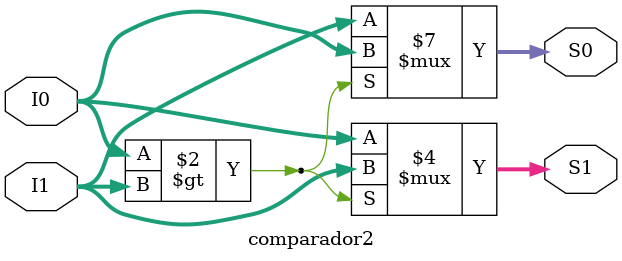
<source format=sv>
module comparador2 (
  input logic [7:0] I0, I1,
  output logic [7:0] S0, S1
);
  
  always_comb
    begin
    if (I0 > I1)
    begin
        S0 = I0;
      	S1 = I1;
    end
  	else
    begin
  	    S0 = I1;
        S1 = I0;  
    end
  end
endmodule
</source>
